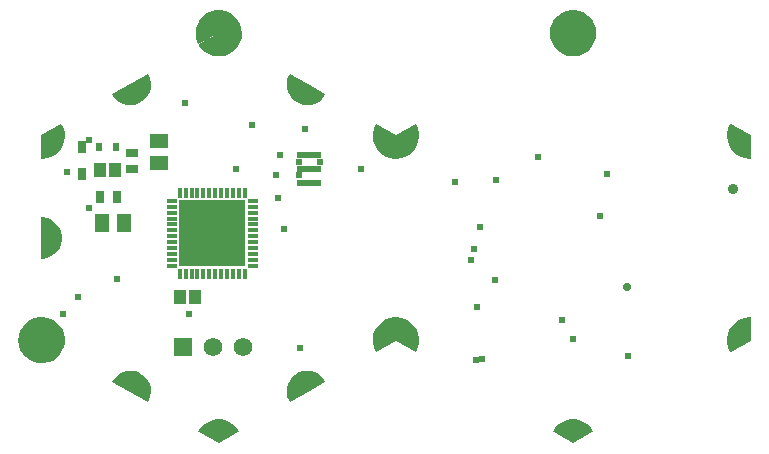
<source format=gbr>
G04*
G04 #@! TF.GenerationSoftware,Altium Limited,Altium Designer,25.8.1 (18)*
G04*
G04 Layer_Color=16711935*
%FSLAX44Y44*%
%MOMM*%
G71*
G04*
G04 #@! TF.SameCoordinates,2BA7E10B-6E93-4220-B227-DF091A9E169F*
G04*
G04*
G04 #@! TF.FilePolarity,Negative*
G04*
G01*
G75*
%ADD35R,0.7400X0.9900*%
G04:AMPARAMS|DCode=36|XSize=1.2032mm|YSize=1.2032mm|CornerRadius=0.6016mm|HoleSize=0mm|Usage=FLASHONLY|Rotation=90.000|XOffset=0mm|YOffset=0mm|HoleType=Round|Shape=RoundedRectangle|*
%AMROUNDEDRECTD36*
21,1,1.2032,0.0000,0,0,90.0*
21,1,0.0000,1.2032,0,0,90.0*
1,1,1.2032,0.0000,0.0000*
1,1,1.2032,0.0000,0.0000*
1,1,1.2032,0.0000,0.0000*
1,1,1.2032,0.0000,0.0000*
%
%ADD36ROUNDEDRECTD36*%
G04:AMPARAMS|DCode=39|XSize=1.2032mm|YSize=1.2032mm|CornerRadius=0.6016mm|HoleSize=0mm|Usage=FLASHONLY|Rotation=30.000|XOffset=0mm|YOffset=0mm|HoleType=Round|Shape=RoundedRectangle|*
%AMROUNDEDRECTD39*
21,1,1.2032,0.0000,0,0,30.0*
21,1,0.0000,1.2032,0,0,30.0*
1,1,1.2032,0.0000,0.0000*
1,1,1.2032,0.0000,0.0000*
1,1,1.2032,0.0000,0.0000*
1,1,1.2032,0.0000,0.0000*
%
%ADD39ROUNDEDRECTD39*%
G04:AMPARAMS|DCode=40|XSize=1.2032mm|YSize=1.2032mm|CornerRadius=0.6016mm|HoleSize=0mm|Usage=FLASHONLY|Rotation=150.000|XOffset=0mm|YOffset=0mm|HoleType=Round|Shape=RoundedRectangle|*
%AMROUNDEDRECTD40*
21,1,1.2032,0.0000,0,0,150.0*
21,1,0.0000,1.2032,0,0,150.0*
1,1,1.2032,0.0000,0.0000*
1,1,1.2032,0.0000,0.0000*
1,1,1.2032,0.0000,0.0000*
1,1,1.2032,0.0000,0.0000*
%
%ADD40ROUNDEDRECTD40*%
%ADD41C,0.8890*%
%ADD42C,0.7112*%
%ADD43C,1.5700*%
%ADD44R,1.5700X1.5700*%
%ADD45C,0.6032*%
%ADD53R,0.8500X0.3000*%
%ADD56R,5.7000X5.7000*%
%ADD58R,0.3000X0.8500*%
%ADD62R,0.6000X0.8000*%
%ADD63R,2.1032X0.6033*%
%ADD64R,1.0032X1.1532*%
%ADD65R,0.7032X1.1032*%
%ADD66R,0.9900X0.7400*%
%ADD67R,1.2954X1.6002*%
%ADD68R,1.6002X1.2954*%
G36*
X153602Y191945D02*
X157319Y190313D01*
X160621Y187953D01*
X163369Y184964D01*
X165443Y181474D01*
X166757Y177633D01*
X167254Y173604D01*
X166912Y169559D01*
X165747Y165671D01*
X164778Y163887D01*
Y163887D01*
X147599Y173778D01*
X130421Y163887D01*
X129452Y165671D01*
X128287Y169559D01*
X127945Y173604D01*
X128442Y177633D01*
X129755Y181474D01*
X131830Y184964D01*
X134577Y187953D01*
X137880Y190313D01*
X141597Y191945D01*
X145570Y192779D01*
X149629D01*
X153602Y191945D01*
D02*
G37*
G36*
X-146397D02*
X-142680Y190313D01*
X-139378Y187953D01*
X-136631Y184964D01*
X-134556Y181474D01*
X-133243Y177633D01*
X-132746Y173604D01*
X-133087Y169559D01*
X-134252Y165671D01*
X-135222Y163887D01*
Y163887D01*
X-152400Y173778D01*
X-169578Y163887D01*
X-170548Y165671D01*
X-171713Y169559D01*
X-172054Y173604D01*
X-171558Y177633D01*
X-170244Y181474D01*
X-168169Y184964D01*
X-165422Y187953D01*
X-162120Y190313D01*
X-158403Y191945D01*
X-154430Y192779D01*
X-150370D01*
X-146397Y191945D01*
D02*
G37*
G36*
X164770Y163820D02*
X163932Y162284D01*
X161738Y159559D01*
X159094Y157268D01*
X156085Y155483D01*
X152806Y154263D01*
X149363Y153644D01*
X145864Y153648D01*
X142422Y154275D01*
X139146Y155503D01*
X136141Y157294D01*
X133503Y159592D01*
X131315Y162322D01*
X130481Y163860D01*
X130481Y163860D01*
X147613Y173750D01*
X164770Y163820D01*
D02*
G37*
G36*
X-135230D02*
X-136067Y162284D01*
X-138261Y159559D01*
X-140905Y157268D01*
X-143914Y155483D01*
X-147193Y154263D01*
X-150637Y153644D01*
X-154135Y153648D01*
X-157577Y154275D01*
X-160853Y155503D01*
X-163858Y157294D01*
X-166497Y159592D01*
X-168685Y162322D01*
X-169518Y163860D01*
X-169518Y163860D01*
X-152387Y173750D01*
X-135230Y163820D01*
D02*
G37*
G36*
X-92289Y139060D02*
X-92277Y139080D01*
X-77174Y130346D01*
X-62065Y121637D01*
X-62076Y121617D01*
X-62023Y121586D01*
X-62856Y120043D01*
X-65104Y117351D01*
X-67840Y115159D01*
X-70958Y113554D01*
X-74333Y112600D01*
X-77829Y112336D01*
X-81309Y112771D01*
X-84633Y113888D01*
X-86165Y114774D01*
X-87704Y115661D01*
X-90333Y117981D01*
X-92450Y120777D01*
X-93969Y123937D01*
X-94830Y127337D01*
X-94999Y130839D01*
X-94469Y134305D01*
X-93261Y137598D01*
X-92343Y139091D01*
X-92289Y139060D01*
D02*
G37*
G36*
X-211602Y137587D02*
X-210390Y134297D01*
X-209856Y130831D01*
X-210020Y127328D01*
X-210877Y123928D01*
X-212392Y120765D01*
X-214505Y117967D01*
X-217131Y115644D01*
X-220167Y113888D01*
X-223491Y112771D01*
X-226971Y112336D01*
X-230467Y112600D01*
X-233842Y113554D01*
X-236960Y115159D01*
X-239697Y117351D01*
X-241944Y120043D01*
X-242778Y121586D01*
X-242778D01*
X-212523Y139080D01*
X-211602Y137587D01*
D02*
G37*
G36*
X-285740Y96820D02*
D01*
X-285740D01*
X-285740D01*
D02*
G37*
G36*
X-2400Y87176D02*
X14278Y96781D01*
X15189Y95288D01*
X16452Y92025D01*
X17114Y88590D01*
X17155Y85092D01*
X16573Y81642D01*
X15387Y78351D01*
X13634Y75323D01*
X11371Y72655D01*
X8669Y70432D01*
X5615Y68726D01*
X2306Y67589D01*
X-1152Y67059D01*
X-2400Y67093D01*
X-3649Y67059D01*
X-7107Y67589D01*
X-10416Y68726D01*
X-13470Y70432D01*
X-16171Y72655D01*
X-18435Y75323D01*
X-20187Y78351D01*
X-21374Y81642D01*
X-21956Y85092D01*
X-21915Y88590D01*
X-21253Y92025D01*
X-19990Y95288D01*
X-19079Y96781D01*
Y96781D01*
X-2400Y87176D01*
D02*
G37*
G36*
X-285709Y96769D02*
X-285688Y96781D01*
X-284777Y95288D01*
X-283514Y92025D01*
X-282852Y88590D01*
X-282811Y85092D01*
X-283393Y81642D01*
X-284580Y78351D01*
X-286332Y75323D01*
X-288596Y72655D01*
X-291297Y70432D01*
X-291328Y70415D01*
X-291330Y70413D01*
X-294388Y68700D01*
X-297702Y67557D01*
X-301166Y67023D01*
X-302918Y67067D01*
X-302895Y86887D01*
X-285740Y96820D01*
X-285709Y96769D01*
D02*
G37*
G36*
X280977Y96749D02*
X280981Y96756D01*
X280981D01*
X287540Y92969D01*
X298099Y86888D01*
Y86873D01*
X298113Y86865D01*
X298099Y74678D01*
Y67106D01*
X298091Y67106D01*
X298091Y67041D01*
X296342Y66999D01*
X292885Y67536D01*
X289579Y68680D01*
X286529Y70394D01*
X283833Y72623D01*
X281575Y75296D01*
X280695Y76826D01*
X279812Y78351D01*
X278626Y81642D01*
X278044Y85092D01*
X278084Y88590D01*
X278747Y92025D01*
X280009Y95288D01*
X280921Y96781D01*
Y96781D01*
X280977Y96749D01*
D02*
G37*
G36*
X-297687Y16945D02*
X-294415Y15672D01*
X-291462Y13774D01*
X-288944Y11327D01*
X-286963Y8429D01*
X-285596Y5196D01*
X-284899Y1755D01*
Y-1755D01*
X-285596Y-5196D01*
X-286963Y-8429D01*
X-288944Y-11327D01*
X-291462Y-13774D01*
X-294415Y-15672D01*
X-297687Y-16945D01*
X-297715Y-16950D01*
X-297726Y-16954D01*
X-301181Y-17554D01*
X-302934Y-17505D01*
X-302934D01*
X-302957Y17443D01*
X-302900Y17444D01*
Y17493D01*
X-301146Y17544D01*
X-297687Y16945D01*
D02*
G37*
G36*
X298099Y-67106D02*
X298099D01*
Y-86888D01*
X280921Y-96781D01*
D01*
X280921D01*
X280009Y-95288D01*
X278747Y-92025D01*
X278084Y-88590D01*
X278044Y-85092D01*
X278626Y-81642D01*
X279812Y-78351D01*
X281565Y-75323D01*
X283828Y-72655D01*
X286530Y-70432D01*
X289584Y-68726D01*
X292893Y-67589D01*
X296351Y-67059D01*
X296351D01*
D01*
X298099Y-67106D01*
D02*
G37*
G36*
X2306Y-67589D02*
X5615Y-68726D01*
X8669Y-70432D01*
X11371Y-72655D01*
X13634Y-75323D01*
X15387Y-78351D01*
X16573Y-81642D01*
X17155Y-85092D01*
X17114Y-88590D01*
X16452Y-92025D01*
X15189Y-95288D01*
X14278Y-96781D01*
X-2400Y-87176D01*
X-19079Y-96781D01*
X-19990Y-95288D01*
X-21253Y-92025D01*
X-21915Y-88590D01*
X-21956Y-85092D01*
X-21374Y-81642D01*
X-20187Y-78351D01*
X-18435Y-75323D01*
X-16171Y-72655D01*
X-13470Y-70432D01*
X-10416Y-68726D01*
X-7107Y-67589D01*
X-3649Y-67059D01*
X-2400Y-67093D01*
X-1152Y-67059D01*
X2306Y-67589D01*
D02*
G37*
G36*
X-297653Y-67536D02*
X-294347Y-68680D01*
X-291297Y-70394D01*
X-288600Y-72623D01*
X-286343Y-75296D01*
X-284597Y-78328D01*
X-283419Y-81622D01*
X-282845Y-85073D01*
X-282893Y-88571D01*
X-283564Y-92005D01*
X-284834Y-95265D01*
X-285749Y-96756D01*
Y-96756D01*
X-302880Y-86865D01*
X-302859Y-67041D01*
X-301110Y-66999D01*
X-297653Y-67536D01*
D02*
G37*
G36*
X14278Y-96781D02*
X14278D01*
D01*
X14278D01*
D02*
G37*
G36*
X-302895Y-86887D02*
X-285740Y-96820D01*
X-286800Y-98551D01*
X-289585Y-101504D01*
X-292917Y-103823D01*
X-296655Y-105407D01*
X-300638Y-106190D01*
X-304697Y-106138D01*
X-308659Y-105253D01*
X-312354Y-103574D01*
X-315626Y-101171D01*
X-318335Y-98147D01*
X-320365Y-94632D01*
X-321629Y-90774D01*
X-322074Y-86740D01*
X-321681Y-82699D01*
X-320466Y-78826D01*
X-318482Y-75285D01*
X-315812Y-72226D01*
X-312571Y-69782D01*
X-308898Y-68055D01*
X-304947Y-67120D01*
X-302918Y-67067D01*
X-302918Y-67067D01*
X-302895Y-86887D01*
D02*
G37*
G36*
X-74333Y-112600D02*
X-70958Y-113554D01*
X-67840Y-115159D01*
X-65104Y-117351D01*
X-62856Y-120043D01*
X-62023Y-121586D01*
D01*
Y-121586D01*
X-77150Y-130333D01*
X-92277Y-139080D01*
X-93198Y-137587D01*
X-94410Y-134297D01*
X-94944Y-130831D01*
X-94780Y-127329D01*
X-93923Y-123928D01*
X-92408Y-120766D01*
X-90295Y-117967D01*
X-87669Y-115644D01*
X-84633Y-113888D01*
X-81309Y-112771D01*
X-77829Y-112336D01*
X-74333Y-112600D01*
D02*
G37*
G36*
X-223491Y-112771D02*
X-220167Y-113888D01*
X-218636Y-114774D01*
X-217097Y-115661D01*
X-214467Y-117981D01*
X-212350Y-120777D01*
X-210831Y-123937D01*
X-209970Y-127337D01*
X-209801Y-130839D01*
X-210331Y-134305D01*
X-211539Y-137598D01*
X-212457Y-139091D01*
D01*
X-212457Y-139091D01*
X-212457Y-139091D01*
X-212511Y-139060D01*
X-212523Y-139080D01*
D01*
X-212523Y-139080D01*
X-212523Y-139080D01*
X-227626Y-130346D01*
X-242735Y-121637D01*
X-242724Y-121617D01*
X-242778Y-121586D01*
X-241944Y-120043D01*
X-239697Y-117351D01*
X-236960Y-115159D01*
X-233842Y-113554D01*
X-230467Y-112600D01*
X-226971Y-112336D01*
X-223491Y-112771D01*
D02*
G37*
G36*
X149334Y-153648D02*
X152776Y-154275D01*
X156052Y-155503D01*
X159057Y-157294D01*
X161696Y-159592D01*
X163884Y-162322D01*
X164718Y-163860D01*
X164718D01*
X163885Y-164340D01*
X163910Y-164387D01*
X147599Y-173778D01*
X131289Y-164387D01*
X131318Y-164334D01*
X130429Y-163820D01*
X131266Y-162284D01*
X133461Y-159559D01*
X136105Y-157268D01*
X139114Y-155483D01*
X142392Y-154263D01*
X145836Y-153644D01*
X149334Y-153648D01*
D02*
G37*
G36*
X-150665D02*
X-147223Y-154275D01*
X-143947Y-155503D01*
X-140942Y-157294D01*
X-138303Y-159592D01*
X-136116Y-162322D01*
X-135282Y-163860D01*
X-135282D01*
X-136115Y-164340D01*
X-136089Y-164387D01*
X-152400Y-173778D01*
X-168711Y-164387D01*
X-168682Y-164334D01*
X-169570Y-163820D01*
X-168733Y-162284D01*
X-166539Y-159559D01*
X-163895Y-157268D01*
X-160886Y-155483D01*
X-157607Y-154263D01*
X-154164Y-153644D01*
X-150665Y-153648D01*
D02*
G37*
D35*
X-252825Y34925D02*
D03*
X-238825D02*
D03*
D36*
X-1679Y-77521D02*
D03*
Y77521D02*
D03*
X-295468Y82601D02*
D03*
X290700Y-82601D02*
D03*
X-80899Y-123901D02*
D03*
X-223901Y123901D02*
D03*
D39*
X147599Y-165199D02*
D03*
Y165199D02*
D03*
X-152400Y-165199D02*
D03*
Y165199D02*
D03*
X-223901Y-123901D02*
D03*
X-80899Y123901D02*
D03*
D40*
X-295468Y-82601D02*
D03*
X290700Y82601D02*
D03*
X-295501Y-0D02*
D03*
D41*
X283149Y41032D02*
D03*
D42*
X193149Y-41968D02*
D03*
D43*
X-131629Y-92102D02*
D03*
X-157029D02*
D03*
D44*
X-182429D02*
D03*
D45*
X-261865Y25458D02*
D03*
X-284043Y-64430D02*
D03*
X-271864Y-49913D02*
D03*
X-79542Y92367D02*
D03*
X-83665Y-92809D02*
D03*
X-97536Y7365D02*
D03*
X-66802Y64007D02*
D03*
X-100584Y70611D02*
D03*
X64008Y-9653D02*
D03*
X61214Y-18289D02*
D03*
X70866Y-102617D02*
D03*
X81788Y-35561D02*
D03*
X-280670Y55879D02*
D03*
X-32004Y58673D02*
D03*
X-84582Y64007D02*
D03*
X68834Y9084D02*
D03*
X170180Y18541D02*
D03*
X138589Y-69597D02*
D03*
X147599Y-85681D02*
D03*
X-103886Y53085D02*
D03*
X-84822D02*
D03*
X-102334Y33498D02*
D03*
X-238506Y-34799D02*
D03*
X-262636Y82601D02*
D03*
X66040Y-58421D02*
D03*
X194310Y-99823D02*
D03*
X65278Y-103125D02*
D03*
X-181102Y114553D02*
D03*
X176022Y54355D02*
D03*
X82042Y49275D02*
D03*
X117856Y68325D02*
D03*
X47244Y47243D02*
D03*
X-138185Y58263D02*
D03*
X-124185Y95757D02*
D03*
X-177292Y-64771D02*
D03*
D53*
X-192371Y21381D02*
D03*
X-123371Y16381D02*
D03*
X-192371D02*
D03*
Y11381D02*
D03*
X-123371Y21381D02*
D03*
Y11381D02*
D03*
X-192371Y31381D02*
D03*
Y26381D02*
D03*
Y6381D02*
D03*
Y1381D02*
D03*
Y-3619D02*
D03*
Y-8619D02*
D03*
Y-13619D02*
D03*
Y-18619D02*
D03*
Y-23619D02*
D03*
X-123371D02*
D03*
Y-18619D02*
D03*
Y-13619D02*
D03*
Y-8619D02*
D03*
Y-3619D02*
D03*
Y1381D02*
D03*
Y6381D02*
D03*
Y26381D02*
D03*
Y31381D02*
D03*
D56*
X-157871Y3881D02*
D03*
D58*
X-150371Y38381D02*
D03*
X-145371D02*
D03*
X-155371D02*
D03*
X-185370Y-30619D02*
D03*
X-180371D02*
D03*
X-175370D02*
D03*
X-170371D02*
D03*
X-165370D02*
D03*
X-160371D02*
D03*
X-155371D02*
D03*
X-150371D02*
D03*
X-145371D02*
D03*
X-140371D02*
D03*
X-135371D02*
D03*
X-130371D02*
D03*
Y38381D02*
D03*
X-135371D02*
D03*
X-140371D02*
D03*
X-160371D02*
D03*
X-165370D02*
D03*
X-170371D02*
D03*
X-175370D02*
D03*
X-180371D02*
D03*
X-185370D02*
D03*
D62*
X-253540Y76570D02*
D03*
X-239541D02*
D03*
D63*
X-75836Y46495D02*
D03*
Y58494D02*
D03*
Y70493D02*
D03*
D64*
X-172465Y-50285D02*
D03*
X-252602Y57767D02*
D03*
X-184965Y-50285D02*
D03*
X-240102Y57767D02*
D03*
D65*
X-267886Y53844D02*
D03*
Y76844D02*
D03*
D66*
X-226069Y72047D02*
D03*
Y58047D02*
D03*
D67*
X-232649Y12926D02*
D03*
X-251191D02*
D03*
D68*
X-202775Y63099D02*
D03*
Y81641D02*
D03*
M02*

</source>
